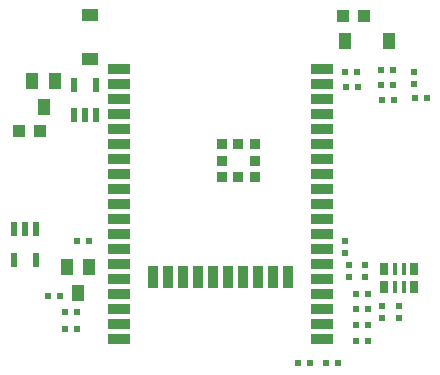
<source format=gbr>
G04 #@! TF.GenerationSoftware,KiCad,Pcbnew,7.0.7*
G04 #@! TF.CreationDate,2024-10-23T00:24:28-07:00*
G04 #@! TF.ProjectId,ESP_POE_1.4b,4553505f-504f-4455-9f31-2e34622e6b69,K*
G04 #@! TF.SameCoordinates,Original*
G04 #@! TF.FileFunction,Paste,Bot*
G04 #@! TF.FilePolarity,Positive*
%FSLAX46Y46*%
G04 Gerber Fmt 4.6, Leading zero omitted, Abs format (unit mm)*
G04 Created by KiCad (PCBNEW 7.0.7) date 2024-10-23 00:24:28*
%MOMM*%
%LPD*%
G01*
G04 APERTURE LIST*
G04 Aperture macros list*
%AMRoundRect*
0 Rectangle with rounded corners*
0 $1 Rounding radius*
0 $2 $3 $4 $5 $6 $7 $8 $9 X,Y pos of 4 corners*
0 Add a 4 corners polygon primitive as box body*
4,1,4,$2,$3,$4,$5,$6,$7,$8,$9,$2,$3,0*
0 Add four circle primitives for the rounded corners*
1,1,$1+$1,$2,$3*
1,1,$1+$1,$4,$5*
1,1,$1+$1,$6,$7*
1,1,$1+$1,$8,$9*
0 Add four rect primitives between the rounded corners*
20,1,$1+$1,$2,$3,$4,$5,0*
20,1,$1+$1,$4,$5,$6,$7,0*
20,1,$1+$1,$6,$7,$8,$9,0*
20,1,$1+$1,$8,$9,$2,$3,0*%
G04 Aperture macros list end*
%ADD10R,0.500000X0.550000*%
%ADD11R,0.550000X0.500000*%
%ADD12R,0.635000X1.016000*%
%ADD13R,0.381000X1.016000*%
%ADD14R,1.000000X1.400000*%
%ADD15R,1.016000X1.016000*%
%ADD16R,0.550000X1.200000*%
%ADD17R,1.400000X1.000000*%
%ADD18R,0.900000X0.900000*%
%ADD19RoundRect,0.050800X0.900000X0.400000X-0.900000X0.400000X-0.900000X-0.400000X0.900000X-0.400000X0*%
%ADD20RoundRect,0.050800X0.400000X0.900000X-0.400000X0.900000X-0.400000X-0.900000X0.400000X-0.900000X0*%
G04 APERTURE END LIST*
D10*
X105054400Y-137261600D03*
X104038400Y-137261600D03*
D11*
X100888800Y-150215600D03*
X100888800Y-149199600D03*
D12*
X104241600Y-151536400D03*
X104241600Y-153060400D03*
D13*
X105130600Y-151536400D03*
X105130600Y-153060400D03*
X105892600Y-151536400D03*
X105892600Y-153060400D03*
D12*
X106781600Y-151536400D03*
X106781600Y-153060400D03*
D10*
X105003600Y-134721600D03*
X103987600Y-134721600D03*
X105003600Y-135991600D03*
X103987600Y-135991600D03*
D11*
X106730800Y-135890000D03*
X106730800Y-134874000D03*
D14*
X74437240Y-135646160D03*
X76339700Y-135646160D03*
X75384660Y-137855960D03*
D11*
X102616000Y-151231600D03*
X102616000Y-152247600D03*
D10*
X101803200Y-154990800D03*
X102819200Y-154990800D03*
D15*
X75107800Y-139852400D03*
X73329800Y-139852400D03*
D16*
X72862400Y-148204400D03*
X73812400Y-148204400D03*
X74762400Y-148204400D03*
X74762400Y-150804400D03*
X72862400Y-150804400D03*
D11*
X101244400Y-151231600D03*
X101244400Y-152247600D03*
D10*
X96926400Y-159512000D03*
X97942400Y-159512000D03*
X106832400Y-137109200D03*
X107848400Y-137109200D03*
X101955600Y-134924800D03*
X100939600Y-134924800D03*
X101803200Y-156311600D03*
X102819200Y-156311600D03*
X101803200Y-157632400D03*
X102819200Y-157632400D03*
D14*
X77348000Y-151384000D03*
X79248000Y-151384000D03*
X78298000Y-153584000D03*
D10*
X102819200Y-153670000D03*
X101803200Y-153670000D03*
D17*
X79349600Y-130027600D03*
X79349600Y-133827600D03*
D11*
X105460800Y-155702000D03*
X105460800Y-154686000D03*
X104038400Y-155702000D03*
X104038400Y-154686000D03*
D14*
X104668400Y-132232400D03*
X100868400Y-132232400D03*
D10*
X100279200Y-159512000D03*
X99263200Y-159512000D03*
X78232000Y-156616400D03*
X77216000Y-156616400D03*
X100990400Y-136194800D03*
X102006400Y-136194800D03*
D18*
X93288000Y-143820000D03*
X93288000Y-142420000D03*
X93288000Y-141020000D03*
X91888000Y-143820000D03*
X91888000Y-141020000D03*
X90488000Y-143820000D03*
X90488000Y-142420000D03*
X90488000Y-141020000D03*
D19*
X98988000Y-134620000D03*
X98988000Y-135890000D03*
X98988000Y-137160000D03*
X98988000Y-138430000D03*
X98988000Y-139700000D03*
X98988000Y-140970000D03*
X98988000Y-142240000D03*
X98988000Y-143510000D03*
X98988000Y-144780000D03*
X98988000Y-146050000D03*
X98988000Y-147320000D03*
X98988000Y-148590000D03*
X98988000Y-149860000D03*
X98988000Y-151130000D03*
X98988000Y-152400000D03*
D20*
X96103000Y-152280000D03*
D19*
X98988000Y-153670000D03*
D20*
X94833000Y-152280000D03*
D19*
X98988000Y-154940000D03*
D20*
X93563000Y-152280000D03*
D19*
X98988000Y-156210000D03*
D20*
X92293000Y-152280000D03*
D19*
X98988000Y-157480000D03*
D20*
X91023000Y-152280000D03*
X89753000Y-152280000D03*
D19*
X81788000Y-157480000D03*
D20*
X88483000Y-152280000D03*
D19*
X81788000Y-156210000D03*
D20*
X87213000Y-152280000D03*
D19*
X81788000Y-154940000D03*
D20*
X85943000Y-152280000D03*
D19*
X81788000Y-153670000D03*
D20*
X84673000Y-152280000D03*
D19*
X81788000Y-152400000D03*
X81788000Y-151130000D03*
X81788000Y-149860000D03*
X81788000Y-148590000D03*
X81788000Y-147320000D03*
X81788000Y-146050000D03*
X81788000Y-144780000D03*
X81788000Y-143510000D03*
X81788000Y-142240000D03*
X81788000Y-140970000D03*
X81788000Y-139700000D03*
X81788000Y-138430000D03*
X81788000Y-137160000D03*
X81788000Y-135890000D03*
X81788000Y-134620000D03*
D10*
X77216000Y-155194000D03*
X78232000Y-155194000D03*
D16*
X79842400Y-138561600D03*
X78892400Y-138561600D03*
X77942400Y-138561600D03*
X77942400Y-135961600D03*
X79842400Y-135961600D03*
D10*
X79248000Y-149199600D03*
X78232000Y-149199600D03*
D15*
X100761800Y-130149600D03*
X102539800Y-130149600D03*
D10*
X76758800Y-153873200D03*
X75742800Y-153873200D03*
M02*

</source>
